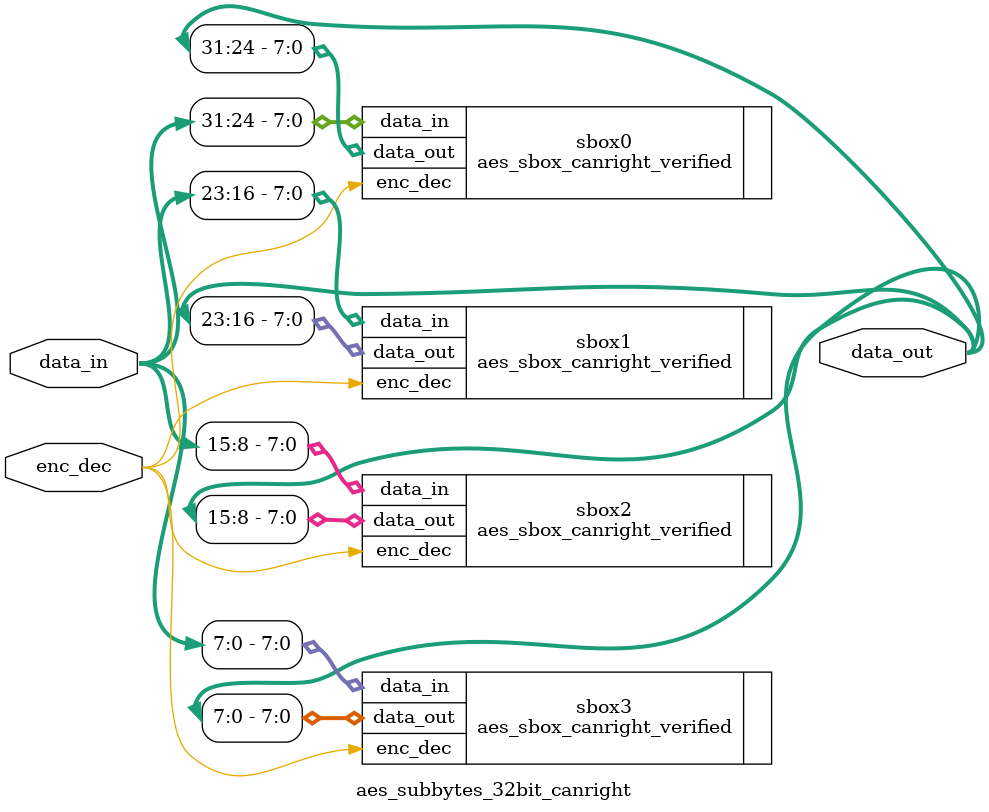
<source format=v>
`timescale 1ns / 1ps


module aes_subbytes_32bit_canright(
    input  wire [31:0] data_in,
    input  wire        enc_dec,  // 1=encrypt, 0=decrypt
    output wire [31:0] data_out
);

// Instantiate 4 Canright S-boxes (one per byte)
// Each S-box handles both encryption and decryption based on enc_dec signal

aes_sbox_canright_verified sbox0 (
    .data_in(data_in[31:24]),
    .enc_dec(enc_dec),
    .data_out(data_out[31:24])
);

aes_sbox_canright_verified sbox1 (
    .data_in(data_in[23:16]),
    .enc_dec(enc_dec),
    .data_out(data_out[23:16])
);

aes_sbox_canright_verified sbox2 (
    .data_in(data_in[15:8]),
    .enc_dec(enc_dec),
    .data_out(data_out[15:8])
);

aes_sbox_canright_verified sbox3 (
    .data_in(data_in[7:0]),
    .enc_dec(enc_dec),
    .data_out(data_out[7:0])
);

endmodule

</source>
